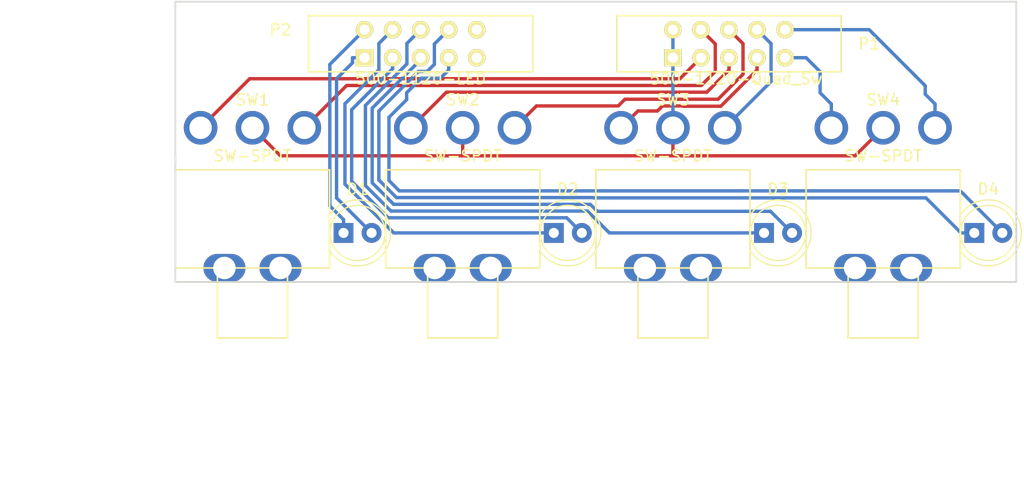
<source format=kicad_pcb>
(kicad_pcb (version 4) (host pcbnew 4.0.5)

  (general
    (links 21)
    (no_connects 0)
    (area 88.364287 85.2802 180.724801 134.780001)
    (thickness 1.6)
    (drawings 13)
    (tracks 115)
    (zones 0)
    (modules 10)
    (nets 20)
  )

  (page A)
  (title_block
    (title "Quad Switch/Led Interface Board")
    (date 2017-02-10)
    (rev A)
  )

  (layers
    (0 F.Cu signal)
    (31 B.Cu signal)
    (32 B.Adhes user)
    (33 F.Adhes user)
    (34 B.Paste user)
    (35 F.Paste user)
    (36 B.SilkS user)
    (37 F.SilkS user)
    (38 B.Mask user)
    (39 F.Mask user)
    (40 Dwgs.User user)
    (41 Cmts.User user)
    (42 Eco1.User user)
    (43 Eco2.User user)
    (44 Edge.Cuts user)
    (45 Margin user)
    (46 B.CrtYd user)
    (47 F.CrtYd user)
    (48 B.Fab user)
    (49 F.Fab user)
  )

  (setup
    (last_trace_width 0.3048)
    (trace_clearance 0.3048)
    (zone_clearance 0.508)
    (zone_45_only no)
    (trace_min 0.2)
    (segment_width 0.2)
    (edge_width 0.15)
    (via_size 1.5748)
    (via_drill 0.9144)
    (via_min_size 0.4)
    (via_min_drill 0.3)
    (uvia_size 0.3)
    (uvia_drill 0.1)
    (uvias_allowed no)
    (uvia_min_size 0.2)
    (uvia_min_drill 0.1)
    (pcb_text_width 0.3)
    (pcb_text_size 1.5 1.5)
    (mod_edge_width 0.15)
    (mod_text_size 1 1)
    (mod_text_width 0.15)
    (pad_size 1.8 1.8)
    (pad_drill 0.9144)
    (pad_to_mask_clearance 0.2)
    (aux_axis_origin 0 0)
    (visible_elements 7FFFEFFF)
    (pcbplotparams
      (layerselection 0x00030_80000001)
      (usegerberextensions false)
      (excludeedgelayer true)
      (linewidth 0.100000)
      (plotframeref false)
      (viasonmask false)
      (mode 1)
      (useauxorigin false)
      (hpglpennumber 1)
      (hpglpenspeed 20)
      (hpglpendiameter 15)
      (hpglpenoverlay 2)
      (psnegative false)
      (psa4output false)
      (plotreference true)
      (plotvalue true)
      (plotinvisibletext false)
      (padsonsilk false)
      (subtractmaskfromsilk false)
      (outputformat 1)
      (mirror false)
      (drillshape 1)
      (scaleselection 1)
      (outputdirectory ""))
  )

  (net 0 "")
  (net 1 "Net-(D1-Pad1)")
  (net 2 "Net-(D1-Pad2)")
  (net 3 "Net-(D2-Pad1)")
  (net 4 "Net-(D2-Pad2)")
  (net 5 "Net-(D3-Pad1)")
  (net 6 "Net-(D3-Pad2)")
  (net 7 "Net-(D4-Pad1)")
  (net 8 "Net-(D4-Pad2)")
  (net 9 "Net-(P1-Pad1)")
  (net 10 "Net-(P1-Pad3)")
  (net 11 "Net-(P1-Pad4)")
  (net 12 "Net-(P1-Pad5)")
  (net 13 "Net-(P1-Pad6)")
  (net 14 "Net-(P1-Pad7)")
  (net 15 "Net-(P1-Pad8)")
  (net 16 "Net-(P1-Pad9)")
  (net 17 "Net-(P1-Pad10)")
  (net 18 "Net-(P2-Pad9)")
  (net 19 "Net-(P2-Pad10)")

  (net_class Default "This is the default net class."
    (clearance 0.3048)
    (trace_width 0.3048)
    (via_dia 1.5748)
    (via_drill 0.9144)
    (uvia_dia 0.3)
    (uvia_drill 0.1)
    (add_net "Net-(D1-Pad1)")
    (add_net "Net-(D1-Pad2)")
    (add_net "Net-(D2-Pad1)")
    (add_net "Net-(D2-Pad2)")
    (add_net "Net-(D3-Pad1)")
    (add_net "Net-(D3-Pad2)")
    (add_net "Net-(D4-Pad1)")
    (add_net "Net-(D4-Pad2)")
    (add_net "Net-(P1-Pad1)")
    (add_net "Net-(P1-Pad10)")
    (add_net "Net-(P1-Pad3)")
    (add_net "Net-(P1-Pad4)")
    (add_net "Net-(P1-Pad5)")
    (add_net "Net-(P1-Pad6)")
    (add_net "Net-(P1-Pad7)")
    (add_net "Net-(P1-Pad8)")
    (add_net "Net-(P1-Pad9)")
    (add_net "Net-(P2-Pad10)")
    (add_net "Net-(P2-Pad9)")
  )

  (module FootPrints:IDC5x2_Vert (layer F.Cu) (tedit 58A257D6) (tstamp 589E9B16)
    (at 153.67 92.71 180)
    (path /589E7749)
    (fp_text reference P1 (at -12.7 0 180) (layer F.SilkS)
      (effects (font (size 1 1) (thickness 0.15)))
    )
    (fp_text value 500-1120-Quad_Sw (at -0.635 -3.175 180) (layer F.SilkS)
      (effects (font (size 1 1) (thickness 0.15)))
    )
    (fp_line (start 10.16 2.54) (end -10.16 2.54) (layer F.SilkS) (width 0.15))
    (fp_line (start 10.16 -2.54) (end -10.16 -2.54) (layer F.SilkS) (width 0.15))
    (fp_line (start -10.16 2.54) (end -10.16 -2.54) (layer F.SilkS) (width 0.15))
    (fp_line (start 10.16 -2.54) (end 10.16 2.54) (layer F.SilkS) (width 0.15))
    (pad 1 thru_hole rect (at 5.08 -1.27 180) (size 1.5748 1.5748) (drill 0.9144) (layers *.Cu *.Mask F.SilkS)
      (net 9 "Net-(P1-Pad1)"))
    (pad 2 thru_hole circle (at 5.08 1.27 180) (size 1.5748 1.5748) (drill 0.9144) (layers *.Cu *.Mask F.SilkS)
      (net 9 "Net-(P1-Pad1)"))
    (pad 3 thru_hole circle (at 2.54 -1.27 180) (size 1.5748 1.5748) (drill 0.9144) (layers *.Cu *.Mask F.SilkS)
      (net 10 "Net-(P1-Pad3)"))
    (pad 4 thru_hole circle (at 2.54 1.27 180) (size 1.5748 1.5748) (drill 0.9144) (layers *.Cu *.Mask F.SilkS)
      (net 11 "Net-(P1-Pad4)"))
    (pad 5 thru_hole circle (at 0 -1.27 180) (size 1.5748 1.5748) (drill 0.9144) (layers *.Cu *.Mask F.SilkS)
      (net 12 "Net-(P1-Pad5)"))
    (pad 6 thru_hole circle (at 0 1.27 180) (size 1.5748 1.5748) (drill 0.9144) (layers *.Cu *.Mask F.SilkS)
      (net 13 "Net-(P1-Pad6)"))
    (pad 7 thru_hole circle (at -2.54 -1.27 180) (size 1.5748 1.5748) (drill 0.9144) (layers *.Cu *.Mask F.SilkS)
      (net 14 "Net-(P1-Pad7)"))
    (pad 8 thru_hole circle (at -2.54 1.27 180) (size 1.5748 1.5748) (drill 0.9144) (layers *.Cu *.Mask F.SilkS)
      (net 15 "Net-(P1-Pad8)"))
    (pad 9 thru_hole circle (at -5.08 -1.27 180) (size 1.5748 1.5748) (drill 0.9144) (layers *.Cu *.Mask F.SilkS)
      (net 16 "Net-(P1-Pad9)"))
    (pad 10 thru_hole circle (at -5.08 1.27 180) (size 1.5748 1.5748) (drill 0.9144) (layers *.Cu *.Mask F.SilkS)
      (net 17 "Net-(P1-Pad10)"))
  )

  (module FootPrints:IDC5x2_Vert (layer F.Cu) (tedit 58A257CA) (tstamp 589E9B28)
    (at 125.73 92.71 180)
    (path /589E92F4)
    (fp_text reference P2 (at 12.7 1.27 180) (layer F.SilkS)
      (effects (font (size 1 1) (thickness 0.15)))
    )
    (fp_text value 500-1120-LED (at 0 -3.175 180) (layer F.SilkS)
      (effects (font (size 1 1) (thickness 0.15)))
    )
    (fp_line (start 10.16 2.54) (end -10.16 2.54) (layer F.SilkS) (width 0.15))
    (fp_line (start 10.16 -2.54) (end -10.16 -2.54) (layer F.SilkS) (width 0.15))
    (fp_line (start -10.16 2.54) (end -10.16 -2.54) (layer F.SilkS) (width 0.15))
    (fp_line (start 10.16 -2.54) (end 10.16 2.54) (layer F.SilkS) (width 0.15))
    (pad 1 thru_hole rect (at 5.08 -1.27 180) (size 1.5748 1.5748) (drill 0.9144) (layers *.Cu *.Mask F.SilkS)
      (net 2 "Net-(D1-Pad2)"))
    (pad 2 thru_hole circle (at 5.08 1.27 180) (size 1.5748 1.5748) (drill 0.9144) (layers *.Cu *.Mask F.SilkS)
      (net 1 "Net-(D1-Pad1)"))
    (pad 3 thru_hole circle (at 2.54 -1.27 180) (size 1.5748 1.5748) (drill 0.9144) (layers *.Cu *.Mask F.SilkS)
      (net 4 "Net-(D2-Pad2)"))
    (pad 4 thru_hole circle (at 2.54 1.27 180) (size 1.5748 1.5748) (drill 0.9144) (layers *.Cu *.Mask F.SilkS)
      (net 3 "Net-(D2-Pad1)"))
    (pad 5 thru_hole circle (at 0 -1.27 180) (size 1.5748 1.5748) (drill 0.9144) (layers *.Cu *.Mask F.SilkS)
      (net 6 "Net-(D3-Pad2)"))
    (pad 6 thru_hole circle (at 0 1.27 180) (size 1.5748 1.5748) (drill 0.9144) (layers *.Cu *.Mask F.SilkS)
      (net 5 "Net-(D3-Pad1)"))
    (pad 7 thru_hole circle (at -2.54 -1.27 180) (size 1.5748 1.5748) (drill 0.9144) (layers *.Cu *.Mask F.SilkS)
      (net 8 "Net-(D4-Pad2)"))
    (pad 8 thru_hole circle (at -2.54 1.27 180) (size 1.5748 1.5748) (drill 0.9144) (layers *.Cu *.Mask F.SilkS)
      (net 7 "Net-(D4-Pad1)"))
    (pad 9 thru_hole circle (at -5.08 -1.27 180) (size 1.5748 1.5748) (drill 0.9144) (layers *.Cu *.Mask F.SilkS)
      (net 18 "Net-(P2-Pad9)"))
    (pad 10 thru_hole circle (at -5.08 1.27 180) (size 1.5748 1.5748) (drill 0.9144) (layers *.Cu *.Mask F.SilkS)
      (net 19 "Net-(P2-Pad10)"))
  )

  (module FootPrints:E-Switch-M6-SPDT (layer F.Cu) (tedit 58A25080) (tstamp 589E9B70)
    (at 167.64 113.03 180)
    (path /589E6930)
    (fp_text reference SW4 (at 0 15.24 180) (layer F.SilkS)
      (effects (font (size 1 1) (thickness 0.15)))
    )
    (fp_text value SW-SPDT (at 0 10.16 180) (layer F.SilkS)
      (effects (font (size 1 1) (thickness 0.15)))
    )
    (fp_line (start -6.35 0) (end -6.985 0) (layer F.SilkS) (width 0.15))
    (fp_line (start -6.985 0) (end -6.985 8.89) (layer F.SilkS) (width 0.15))
    (fp_line (start -6.985 8.89) (end -6.35 8.89) (layer F.SilkS) (width 0.15))
    (fp_line (start -3.175 0) (end -3.175 -6.35) (layer F.SilkS) (width 0.15))
    (fp_line (start -3.175 -6.35) (end 3.175 -6.35) (layer F.SilkS) (width 0.15))
    (fp_line (start 3.175 -6.35) (end 3.175 0) (layer F.SilkS) (width 0.15))
    (fp_line (start 6.985 8.89) (end 6.985 0) (layer F.SilkS) (width 0.15))
    (fp_line (start 6.985 0) (end -6.35 0) (layer F.SilkS) (width 0.15))
    (fp_line (start -6.35 8.89) (end 6.985 8.89) (layer F.SilkS) (width 0.15))
    (pad 4 thru_hole oval (at -2.54 0 180) (size 3.81 2.54) (drill 2.032) (layers *.Cu *.Mask))
    (pad 5 thru_hole oval (at 2.54 0 180) (size 3.81 2.54) (drill 2.032) (layers *.Cu *.Mask))
    (pad 2 thru_hole circle (at 0 12.7 180) (size 3.048 3.048) (drill 2.032) (layers *.Cu *.Mask)
      (net 9 "Net-(P1-Pad1)"))
    (pad 3 thru_hole circle (at 4.699 12.7 180) (size 3.048 3.048) (drill 2.032) (layers *.Cu *.Mask)
      (net 16 "Net-(P1-Pad9)"))
    (pad 1 thru_hole circle (at -4.699 12.7 180) (size 3.048 3.048) (drill 2.032) (layers *.Cu *.Mask)
      (net 17 "Net-(P1-Pad10)"))
  )

  (module FootPrints:E-Switch-M6-SPDT (layer F.Cu) (tedit 58A25080) (tstamp 589E9B5E)
    (at 148.59 113.03 180)
    (path /589E6900)
    (fp_text reference SW3 (at 0 15.24 180) (layer F.SilkS)
      (effects (font (size 1 1) (thickness 0.15)))
    )
    (fp_text value SW-SPDT (at 0 10.16 180) (layer F.SilkS)
      (effects (font (size 1 1) (thickness 0.15)))
    )
    (fp_line (start -6.35 0) (end -6.985 0) (layer F.SilkS) (width 0.15))
    (fp_line (start -6.985 0) (end -6.985 8.89) (layer F.SilkS) (width 0.15))
    (fp_line (start -6.985 8.89) (end -6.35 8.89) (layer F.SilkS) (width 0.15))
    (fp_line (start -3.175 0) (end -3.175 -6.35) (layer F.SilkS) (width 0.15))
    (fp_line (start -3.175 -6.35) (end 3.175 -6.35) (layer F.SilkS) (width 0.15))
    (fp_line (start 3.175 -6.35) (end 3.175 0) (layer F.SilkS) (width 0.15))
    (fp_line (start 6.985 8.89) (end 6.985 0) (layer F.SilkS) (width 0.15))
    (fp_line (start 6.985 0) (end -6.35 0) (layer F.SilkS) (width 0.15))
    (fp_line (start -6.35 8.89) (end 6.985 8.89) (layer F.SilkS) (width 0.15))
    (pad 4 thru_hole oval (at -2.54 0 180) (size 3.81 2.54) (drill 2.032) (layers *.Cu *.Mask))
    (pad 5 thru_hole oval (at 2.54 0 180) (size 3.81 2.54) (drill 2.032) (layers *.Cu *.Mask))
    (pad 2 thru_hole circle (at 0 12.7 180) (size 3.048 3.048) (drill 2.032) (layers *.Cu *.Mask)
      (net 9 "Net-(P1-Pad1)"))
    (pad 3 thru_hole circle (at 4.699 12.7 180) (size 3.048 3.048) (drill 2.032) (layers *.Cu *.Mask)
      (net 14 "Net-(P1-Pad7)"))
    (pad 1 thru_hole circle (at -4.699 12.7 180) (size 3.048 3.048) (drill 2.032) (layers *.Cu *.Mask)
      (net 15 "Net-(P1-Pad8)"))
  )

  (module FootPrints:E-Switch-M6-SPDT (layer F.Cu) (tedit 58A25080) (tstamp 589E9B4C)
    (at 129.54 113.03 180)
    (path /589E6971)
    (fp_text reference SW2 (at 0 15.24 180) (layer F.SilkS)
      (effects (font (size 1 1) (thickness 0.15)))
    )
    (fp_text value SW-SPDT (at 0 10.16 180) (layer F.SilkS)
      (effects (font (size 1 1) (thickness 0.15)))
    )
    (fp_line (start -6.35 0) (end -6.985 0) (layer F.SilkS) (width 0.15))
    (fp_line (start -6.985 0) (end -6.985 8.89) (layer F.SilkS) (width 0.15))
    (fp_line (start -6.985 8.89) (end -6.35 8.89) (layer F.SilkS) (width 0.15))
    (fp_line (start -3.175 0) (end -3.175 -6.35) (layer F.SilkS) (width 0.15))
    (fp_line (start -3.175 -6.35) (end 3.175 -6.35) (layer F.SilkS) (width 0.15))
    (fp_line (start 3.175 -6.35) (end 3.175 0) (layer F.SilkS) (width 0.15))
    (fp_line (start 6.985 8.89) (end 6.985 0) (layer F.SilkS) (width 0.15))
    (fp_line (start 6.985 0) (end -6.35 0) (layer F.SilkS) (width 0.15))
    (fp_line (start -6.35 8.89) (end 6.985 8.89) (layer F.SilkS) (width 0.15))
    (pad 4 thru_hole oval (at -2.54 0 180) (size 3.81 2.54) (drill 2.032) (layers *.Cu *.Mask))
    (pad 5 thru_hole oval (at 2.54 0 180) (size 3.81 2.54) (drill 2.032) (layers *.Cu *.Mask))
    (pad 2 thru_hole circle (at 0 12.7 180) (size 3.048 3.048) (drill 2.032) (layers *.Cu *.Mask)
      (net 9 "Net-(P1-Pad1)"))
    (pad 3 thru_hole circle (at 4.699 12.7 180) (size 3.048 3.048) (drill 2.032) (layers *.Cu *.Mask)
      (net 12 "Net-(P1-Pad5)"))
    (pad 1 thru_hole circle (at -4.699 12.7 180) (size 3.048 3.048) (drill 2.032) (layers *.Cu *.Mask)
      (net 13 "Net-(P1-Pad6)"))
  )

  (module FootPrints:E-Switch-M6-SPDT (layer F.Cu) (tedit 58A25080) (tstamp 589E9B3A)
    (at 110.49 113.03 180)
    (path /589E694E)
    (fp_text reference SW1 (at 0 15.24 180) (layer F.SilkS)
      (effects (font (size 1 1) (thickness 0.15)))
    )
    (fp_text value SW-SPDT (at 0 10.16 180) (layer F.SilkS)
      (effects (font (size 1 1) (thickness 0.15)))
    )
    (fp_line (start -6.35 0) (end -6.985 0) (layer F.SilkS) (width 0.15))
    (fp_line (start -6.985 0) (end -6.985 8.89) (layer F.SilkS) (width 0.15))
    (fp_line (start -6.985 8.89) (end -6.35 8.89) (layer F.SilkS) (width 0.15))
    (fp_line (start -3.175 0) (end -3.175 -6.35) (layer F.SilkS) (width 0.15))
    (fp_line (start -3.175 -6.35) (end 3.175 -6.35) (layer F.SilkS) (width 0.15))
    (fp_line (start 3.175 -6.35) (end 3.175 0) (layer F.SilkS) (width 0.15))
    (fp_line (start 6.985 8.89) (end 6.985 0) (layer F.SilkS) (width 0.15))
    (fp_line (start 6.985 0) (end -6.35 0) (layer F.SilkS) (width 0.15))
    (fp_line (start -6.35 8.89) (end 6.985 8.89) (layer F.SilkS) (width 0.15))
    (pad 4 thru_hole oval (at -2.54 0 180) (size 3.81 2.54) (drill 2.032) (layers *.Cu *.Mask))
    (pad 5 thru_hole oval (at 2.54 0 180) (size 3.81 2.54) (drill 2.032) (layers *.Cu *.Mask))
    (pad 2 thru_hole circle (at 0 12.7 180) (size 3.048 3.048) (drill 2.032) (layers *.Cu *.Mask)
      (net 9 "Net-(P1-Pad1)"))
    (pad 3 thru_hole circle (at 4.699 12.7 180) (size 3.048 3.048) (drill 2.032) (layers *.Cu *.Mask)
      (net 10 "Net-(P1-Pad3)"))
    (pad 1 thru_hole circle (at -4.699 12.7 180) (size 3.048 3.048) (drill 2.032) (layers *.Cu *.Mask)
      (net 11 "Net-(P1-Pad4)"))
  )

  (module FootPrints:LED_5.0mm (layer F.Cu) (tedit 58A0C566) (tstamp 589E9B04)
    (at 175.895 109.855)
    (descr "LED, diameter 5.0mm, 2 pins, http://cdn-reichelt.de/documents/datenblatt/A500/LL-504BC2E-009.pdf")
    (tags "LED diameter 5.0mm 2 pins")
    (path /589E8EF4)
    (fp_text reference D4 (at 1.27 -3.96) (layer F.SilkS)
      (effects (font (size 1 1) (thickness 0.15)))
    )
    (fp_text value LED (at 1.27 3.96) (layer F.Fab)
      (effects (font (size 1 1) (thickness 0.15)))
    )
    (fp_arc (start 1.27 0) (end -1.23 -1.469694) (angle 299.1) (layer F.Fab) (width 0.1))
    (fp_arc (start 1.27 0) (end -1.29 -1.54483) (angle 148.9) (layer F.SilkS) (width 0.12))
    (fp_arc (start 1.27 0) (end -1.29 1.54483) (angle -148.9) (layer F.SilkS) (width 0.12))
    (fp_circle (center 1.27 0) (end 3.77 0) (layer F.Fab) (width 0.1))
    (fp_circle (center 1.27 0) (end 3.77 0) (layer F.SilkS) (width 0.12))
    (fp_line (start -1.23 -1.469694) (end -1.23 1.469694) (layer F.Fab) (width 0.1))
    (fp_line (start -1.29 -1.545) (end -1.29 1.545) (layer F.SilkS) (width 0.12))
    (fp_line (start -1.95 -3.25) (end -1.95 3.25) (layer F.CrtYd) (width 0.05))
    (fp_line (start -1.95 3.25) (end 4.5 3.25) (layer F.CrtYd) (width 0.05))
    (fp_line (start 4.5 3.25) (end 4.5 -3.25) (layer F.CrtYd) (width 0.05))
    (fp_line (start 4.5 -3.25) (end -1.95 -3.25) (layer F.CrtYd) (width 0.05))
    (pad 1 thru_hole rect (at 0 0) (size 1.8 1.8) (drill 0.9144) (layers *.Cu *.Mask)
      (net 7 "Net-(D4-Pad1)"))
    (pad 2 thru_hole circle (at 2.54 0) (size 1.8 1.8) (drill 0.9144) (layers *.Cu *.Mask)
      (net 8 "Net-(D4-Pad2)"))
    (model LEDs.3dshapes/LED_D5.0mm.wrl
      (at (xyz 0 0 0))
      (scale (xyz 0.393701 0.393701 0.393701))
      (rotate (xyz 0 0 0))
    )
  )

  (module FootPrints:LED_5.0mm (layer F.Cu) (tedit 58A0C566) (tstamp 589E9AF3)
    (at 156.845 109.855)
    (descr "LED, diameter 5.0mm, 2 pins, http://cdn-reichelt.de/documents/datenblatt/A500/LL-504BC2E-009.pdf")
    (tags "LED diameter 5.0mm 2 pins")
    (path /589E8EBE)
    (fp_text reference D3 (at 1.27 -3.96) (layer F.SilkS)
      (effects (font (size 1 1) (thickness 0.15)))
    )
    (fp_text value LED (at 1.27 3.96) (layer F.Fab)
      (effects (font (size 1 1) (thickness 0.15)))
    )
    (fp_arc (start 1.27 0) (end -1.23 -1.469694) (angle 299.1) (layer F.Fab) (width 0.1))
    (fp_arc (start 1.27 0) (end -1.29 -1.54483) (angle 148.9) (layer F.SilkS) (width 0.12))
    (fp_arc (start 1.27 0) (end -1.29 1.54483) (angle -148.9) (layer F.SilkS) (width 0.12))
    (fp_circle (center 1.27 0) (end 3.77 0) (layer F.Fab) (width 0.1))
    (fp_circle (center 1.27 0) (end 3.77 0) (layer F.SilkS) (width 0.12))
    (fp_line (start -1.23 -1.469694) (end -1.23 1.469694) (layer F.Fab) (width 0.1))
    (fp_line (start -1.29 -1.545) (end -1.29 1.545) (layer F.SilkS) (width 0.12))
    (fp_line (start -1.95 -3.25) (end -1.95 3.25) (layer F.CrtYd) (width 0.05))
    (fp_line (start -1.95 3.25) (end 4.5 3.25) (layer F.CrtYd) (width 0.05))
    (fp_line (start 4.5 3.25) (end 4.5 -3.25) (layer F.CrtYd) (width 0.05))
    (fp_line (start 4.5 -3.25) (end -1.95 -3.25) (layer F.CrtYd) (width 0.05))
    (pad 1 thru_hole rect (at 0 0) (size 1.8 1.8) (drill 0.9144) (layers *.Cu *.Mask)
      (net 5 "Net-(D3-Pad1)"))
    (pad 2 thru_hole circle (at 2.54 0) (size 1.8 1.8) (drill 0.9144) (layers *.Cu *.Mask)
      (net 6 "Net-(D3-Pad2)"))
    (model LEDs.3dshapes/LED_D5.0mm.wrl
      (at (xyz 0 0 0))
      (scale (xyz 0.393701 0.393701 0.393701))
      (rotate (xyz 0 0 0))
    )
  )

  (module FootPrints:LED_5.0mm (layer F.Cu) (tedit 58A0C566) (tstamp 589E9AE2)
    (at 137.795 109.855)
    (descr "LED, diameter 5.0mm, 2 pins, http://cdn-reichelt.de/documents/datenblatt/A500/LL-504BC2E-009.pdf")
    (tags "LED diameter 5.0mm 2 pins")
    (path /589E8E8B)
    (fp_text reference D2 (at 1.27 -3.96) (layer F.SilkS)
      (effects (font (size 1 1) (thickness 0.15)))
    )
    (fp_text value LED (at 1.27 3.96) (layer F.Fab)
      (effects (font (size 1 1) (thickness 0.15)))
    )
    (fp_arc (start 1.27 0) (end -1.23 -1.469694) (angle 299.1) (layer F.Fab) (width 0.1))
    (fp_arc (start 1.27 0) (end -1.29 -1.54483) (angle 148.9) (layer F.SilkS) (width 0.12))
    (fp_arc (start 1.27 0) (end -1.29 1.54483) (angle -148.9) (layer F.SilkS) (width 0.12))
    (fp_circle (center 1.27 0) (end 3.77 0) (layer F.Fab) (width 0.1))
    (fp_circle (center 1.27 0) (end 3.77 0) (layer F.SilkS) (width 0.12))
    (fp_line (start -1.23 -1.469694) (end -1.23 1.469694) (layer F.Fab) (width 0.1))
    (fp_line (start -1.29 -1.545) (end -1.29 1.545) (layer F.SilkS) (width 0.12))
    (fp_line (start -1.95 -3.25) (end -1.95 3.25) (layer F.CrtYd) (width 0.05))
    (fp_line (start -1.95 3.25) (end 4.5 3.25) (layer F.CrtYd) (width 0.05))
    (fp_line (start 4.5 3.25) (end 4.5 -3.25) (layer F.CrtYd) (width 0.05))
    (fp_line (start 4.5 -3.25) (end -1.95 -3.25) (layer F.CrtYd) (width 0.05))
    (pad 1 thru_hole rect (at 0 0) (size 1.8 1.8) (drill 0.9144) (layers *.Cu *.Mask)
      (net 3 "Net-(D2-Pad1)"))
    (pad 2 thru_hole circle (at 2.54 0) (size 1.8 1.8) (drill 0.9144) (layers *.Cu *.Mask)
      (net 4 "Net-(D2-Pad2)"))
    (model LEDs.3dshapes/LED_D5.0mm.wrl
      (at (xyz 0 0 0))
      (scale (xyz 0.393701 0.393701 0.393701))
      (rotate (xyz 0 0 0))
    )
  )

  (module FootPrints:LED_5.0mm (layer F.Cu) (tedit 58A0C566) (tstamp 589E9AD1)
    (at 118.745 109.855)
    (descr "LED, diameter 5.0mm, 2 pins, http://cdn-reichelt.de/documents/datenblatt/A500/LL-504BC2E-009.pdf")
    (tags "LED diameter 5.0mm 2 pins")
    (path /589E8E2F)
    (fp_text reference D1 (at 1.27 -3.96) (layer F.SilkS)
      (effects (font (size 1 1) (thickness 0.15)))
    )
    (fp_text value LED (at 1.27 3.96) (layer F.Fab)
      (effects (font (size 1 1) (thickness 0.15)))
    )
    (fp_arc (start 1.27 0) (end -1.23 -1.469694) (angle 299.1) (layer F.Fab) (width 0.1))
    (fp_arc (start 1.27 0) (end -1.29 -1.54483) (angle 148.9) (layer F.SilkS) (width 0.12))
    (fp_arc (start 1.27 0) (end -1.29 1.54483) (angle -148.9) (layer F.SilkS) (width 0.12))
    (fp_circle (center 1.27 0) (end 3.77 0) (layer F.Fab) (width 0.1))
    (fp_circle (center 1.27 0) (end 3.77 0) (layer F.SilkS) (width 0.12))
    (fp_line (start -1.23 -1.469694) (end -1.23 1.469694) (layer F.Fab) (width 0.1))
    (fp_line (start -1.29 -1.545) (end -1.29 1.545) (layer F.SilkS) (width 0.12))
    (fp_line (start -1.95 -3.25) (end -1.95 3.25) (layer F.CrtYd) (width 0.05))
    (fp_line (start -1.95 3.25) (end 4.5 3.25) (layer F.CrtYd) (width 0.05))
    (fp_line (start 4.5 3.25) (end 4.5 -3.25) (layer F.CrtYd) (width 0.05))
    (fp_line (start 4.5 -3.25) (end -1.95 -3.25) (layer F.CrtYd) (width 0.05))
    (pad 1 thru_hole rect (at 0 0) (size 1.8 1.8) (drill 0.9144) (layers *.Cu *.Mask)
      (net 1 "Net-(D1-Pad1)"))
    (pad 2 thru_hole circle (at 2.54 0) (size 1.8 1.8) (drill 0.9144) (layers *.Cu *.Mask)
      (net 2 "Net-(D1-Pad2)"))
    (model LEDs.3dshapes/LED_D5.0mm.wrl
      (at (xyz 0 0 0))
      (scale (xyz 0.393701 0.393701 0.393701))
      (rotate (xyz 0 0 0))
    )
  )

  (dimension 25.4 (width 0.3) (layer F.Fab)
    (gr_text "1.0000 in" (at 93.9 101.6 270) (layer F.Fab)
      (effects (font (size 1.5 1.5) (thickness 0.3)))
    )
    (feature1 (pts (xy 101.6 114.3) (xy 92.55 114.3)))
    (feature2 (pts (xy 101.6 88.9) (xy 92.55 88.9)))
    (crossbar (pts (xy 95.25 88.9) (xy 95.25 114.3)))
    (arrow1a (pts (xy 95.25 114.3) (xy 94.663579 113.173496)))
    (arrow1b (pts (xy 95.25 114.3) (xy 95.836421 113.173496)))
    (arrow2a (pts (xy 95.25 88.9) (xy 94.663579 90.026504)))
    (arrow2b (pts (xy 95.25 88.9) (xy 95.836421 90.026504)))
  )
  (gr_line (start 103.505 88.9) (end 103.505 102.87) (angle 90) (layer Edge.Cuts) (width 0.15))
  (gr_line (start 179.705 88.9) (end 179.705 114.3) (angle 90) (layer Edge.Cuts) (width 0.15))
  (gr_line (start 103.505 88.9) (end 179.705 88.9) (angle 90) (layer Edge.Cuts) (width 0.15))
  (dimension 6.985 (width 0.3) (layer F.Fab)
    (gr_text "0.2750 in" (at 106.9975 125.175) (layer F.Fab)
      (effects (font (size 1.5 1.5) (thickness 0.3)))
    )
    (feature1 (pts (xy 110.49 120.65) (xy 110.49 126.525)))
    (feature2 (pts (xy 103.505 120.65) (xy 103.505 126.525)))
    (crossbar (pts (xy 103.505 123.825) (xy 110.49 123.825)))
    (arrow1a (pts (xy 110.49 123.825) (xy 109.363496 124.411421)))
    (arrow1b (pts (xy 110.49 123.825) (xy 109.363496 123.238579)))
    (arrow2a (pts (xy 103.505 123.825) (xy 104.631504 124.411421)))
    (arrow2b (pts (xy 103.505 123.825) (xy 104.631504 123.238579)))
  )
  (dimension 12.065 (width 0.3) (layer F.Fab)
    (gr_text "0.4750 in" (at 173.6725 125.81) (layer F.Fab)
      (effects (font (size 1.5 1.5) (thickness 0.3)))
    )
    (feature1 (pts (xy 179.705 120.65) (xy 179.705 127.16)))
    (feature2 (pts (xy 167.64 120.65) (xy 167.64 127.16)))
    (crossbar (pts (xy 167.64 124.46) (xy 179.705 124.46)))
    (arrow1a (pts (xy 179.705 124.46) (xy 178.578496 125.046421)))
    (arrow1b (pts (xy 179.705 124.46) (xy 178.578496 123.873579)))
    (arrow2a (pts (xy 167.64 124.46) (xy 168.766504 125.046421)))
    (arrow2b (pts (xy 167.64 124.46) (xy 168.766504 123.873579)))
  )
  (dimension 19.05 (width 0.3) (layer F.Fab)
    (gr_text "0.7500 in" (at 158.115 125.81) (layer F.Fab)
      (effects (font (size 1.5 1.5) (thickness 0.3)))
    )
    (feature1 (pts (xy 167.64 120.65) (xy 167.64 127.16)))
    (feature2 (pts (xy 148.59 120.65) (xy 148.59 127.16)))
    (crossbar (pts (xy 148.59 124.46) (xy 167.64 124.46)))
    (arrow1a (pts (xy 167.64 124.46) (xy 166.513496 125.046421)))
    (arrow1b (pts (xy 167.64 124.46) (xy 166.513496 123.873579)))
    (arrow2a (pts (xy 148.59 124.46) (xy 149.716504 125.046421)))
    (arrow2b (pts (xy 148.59 124.46) (xy 149.716504 123.873579)))
  )
  (dimension 19.05 (width 0.3) (layer F.Fab)
    (gr_text "0.7500 in" (at 120.015 125.81) (layer F.Fab)
      (effects (font (size 1.5 1.5) (thickness 0.3)))
    )
    (feature1 (pts (xy 110.49 120.65) (xy 110.49 127.16)))
    (feature2 (pts (xy 129.54 120.65) (xy 129.54 127.16)))
    (crossbar (pts (xy 129.54 124.46) (xy 110.49 124.46)))
    (arrow1a (pts (xy 110.49 124.46) (xy 111.616504 123.873579)))
    (arrow1b (pts (xy 110.49 124.46) (xy 111.616504 125.046421)))
    (arrow2a (pts (xy 129.54 124.46) (xy 128.413496 123.873579)))
    (arrow2b (pts (xy 129.54 124.46) (xy 128.413496 125.046421)))
  )
  (dimension 19.05 (width 0.3) (layer F.Fab)
    (gr_text "0.7500 in" (at 139.065 125.81) (layer F.Fab)
      (effects (font (size 1.5 1.5) (thickness 0.3)))
    )
    (feature1 (pts (xy 148.59 120.65) (xy 148.59 127.16)))
    (feature2 (pts (xy 129.54 120.65) (xy 129.54 127.16)))
    (crossbar (pts (xy 129.54 124.46) (xy 148.59 124.46)))
    (arrow1a (pts (xy 148.59 124.46) (xy 147.463496 125.046421)))
    (arrow1b (pts (xy 148.59 124.46) (xy 147.463496 123.873579)))
    (arrow2a (pts (xy 129.54 124.46) (xy 130.666504 125.046421)))
    (arrow2b (pts (xy 129.54 124.46) (xy 130.666504 123.873579)))
  )
  (dimension 76.2 (width 0.3) (layer F.Fab)
    (gr_text "3.0000 in" (at 141.605 133.43) (layer F.Fab)
      (effects (font (size 1.5 1.5) (thickness 0.3)))
    )
    (feature1 (pts (xy 179.705 115.57) (xy 179.705 134.78)))
    (feature2 (pts (xy 103.505 115.57) (xy 103.505 134.78)))
    (crossbar (pts (xy 103.505 132.08) (xy 179.705 132.08)))
    (arrow1a (pts (xy 179.705 132.08) (xy 178.578496 132.666421)))
    (arrow1b (pts (xy 179.705 132.08) (xy 178.578496 131.493579)))
    (arrow2a (pts (xy 103.505 132.08) (xy 104.631504 132.666421)))
    (arrow2b (pts (xy 103.505 132.08) (xy 104.631504 131.493579)))
  )
  (gr_line (start 103.505 102.87) (end 103.505 103.505) (angle 90) (layer Edge.Cuts) (width 0.15))
  (gr_line (start 103.505 114.3) (end 179.705 114.3) (angle 90) (layer Edge.Cuts) (width 0.15))
  (gr_line (start 103.505 102.87) (end 103.505 114.3) (angle 90) (layer Edge.Cuts) (width 0.15))

  (segment (start 118.745 108.6502) (end 118.745 109.855) (width 0.3048) (layer B.Cu) (net 1))
  (segment (start 117.500389 107.405589) (end 118.745 108.6502) (width 0.3048) (layer B.Cu) (net 1))
  (segment (start 117.500389 94.589611) (end 117.500389 107.405589) (width 0.3048) (layer B.Cu) (net 1))
  (segment (start 120.65 91.44) (end 117.500389 94.589611) (width 0.3048) (layer B.Cu) (net 1))
  (segment (start 118.11 95.885) (end 118.11 106.68) (width 0.3048) (layer B.Cu) (net 2))
  (segment (start 118.11 106.68) (end 121.285 109.855) (width 0.3048) (layer B.Cu) (net 2))
  (segment (start 119.5578 94.4372) (end 118.11 95.885) (width 0.3048) (layer B.Cu) (net 2))
  (segment (start 119.5578 93.98) (end 119.5578 94.4372) (width 0.3048) (layer B.Cu) (net 2))
  (segment (start 120.65 93.98) (end 119.5578 93.98) (width 0.3048) (layer B.Cu) (net 2))
  (segment (start 123.293658 109.855) (end 118.87195 105.433292) (width 0.3048) (layer B.Cu) (net 3))
  (segment (start 122.402601 92.227399) (end 123.19 91.44) (width 0.3048) (layer B.Cu) (net 3))
  (segment (start 121.945389 92.684611) (end 122.402601 92.227399) (width 0.3048) (layer B.Cu) (net 3))
  (segment (start 121.945389 95.082373) (end 121.945389 92.684611) (width 0.3048) (layer B.Cu) (net 3))
  (segment (start 118.87195 98.155812) (end 121.945389 95.082373) (width 0.3048) (layer B.Cu) (net 3))
  (segment (start 118.87195 105.433292) (end 118.87195 98.155812) (width 0.3048) (layer B.Cu) (net 3))
  (segment (start 137.795 109.855) (end 123.293658 109.855) (width 0.3048) (layer B.Cu) (net 3))
  (segment (start 123.19 94.97652) (end 123.19 93.98) (width 0.3048) (layer B.Cu) (net 4))
  (segment (start 140.335 109.855) (end 138.963433 108.483433) (width 0.3048) (layer B.Cu) (net 4))
  (segment (start 119.48156 105.180789) (end 119.48156 98.68496) (width 0.3048) (layer B.Cu) (net 4))
  (segment (start 119.48156 98.68496) (end 123.19 94.97652) (width 0.3048) (layer B.Cu) (net 4))
  (segment (start 138.963433 108.483433) (end 122.784204 108.483433) (width 0.3048) (layer B.Cu) (net 4))
  (segment (start 122.784204 108.483433) (end 119.48156 105.180789) (width 0.3048) (layer B.Cu) (net 4))
  (segment (start 155.6402 109.855) (end 156.845 109.855) (width 0.3048) (layer B.Cu) (net 5))
  (segment (start 140.847472 107.873832) (end 142.82864 109.855) (width 0.3048) (layer B.Cu) (net 5))
  (segment (start 124.485399 94.543241) (end 120.726169 98.302471) (width 0.3048) (layer B.Cu) (net 5))
  (segment (start 123.03673 107.87383) (end 123.069965 107.873831) (width 0.3048) (layer B.Cu) (net 5))
  (segment (start 124.485399 92.684601) (end 124.485399 94.543241) (width 0.3048) (layer B.Cu) (net 5))
  (segment (start 120.726169 105.563271) (end 123.03673 107.87383) (width 0.3048) (layer B.Cu) (net 5))
  (segment (start 125.73 91.44) (end 124.485399 92.684601) (width 0.3048) (layer B.Cu) (net 5))
  (segment (start 120.726169 98.302471) (end 120.726169 105.563271) (width 0.3048) (layer B.Cu) (net 5))
  (segment (start 123.069965 107.873831) (end 140.847472 107.873832) (width 0.3048) (layer B.Cu) (net 5))
  (segment (start 142.82864 109.855) (end 155.6402 109.855) (width 0.3048) (layer B.Cu) (net 5))
  (segment (start 141.73498 107.89922) (end 141.099982 107.264222) (width 0.3048) (layer B.Cu) (net 6))
  (segment (start 121.335779 105.310761) (end 121.33578 98.55498) (width 0.3048) (layer B.Cu) (net 6))
  (segment (start 141.099982 107.264222) (end 123.289238 107.26422) (width 0.3048) (layer B.Cu) (net 6))
  (segment (start 157.42922 107.89922) (end 141.73498 107.89922) (width 0.3048) (layer B.Cu) (net 6))
  (segment (start 159.385 109.855) (end 157.42922 107.89922) (width 0.3048) (layer B.Cu) (net 6))
  (segment (start 121.33578 98.55498) (end 125.73 94.16076) (width 0.3048) (layer B.Cu) (net 6))
  (segment (start 125.73 94.16076) (end 125.73 93.98) (width 0.3048) (layer B.Cu) (net 6))
  (segment (start 123.289238 107.26422) (end 121.335779 105.310761) (width 0.3048) (layer B.Cu) (net 6))
  (segment (start 127.482601 92.227399) (end 128.27 91.44) (width 0.3048) (layer B.Cu) (net 7))
  (segment (start 126.974601 92.735399) (end 127.482601 92.227399) (width 0.3048) (layer B.Cu) (net 7))
  (segment (start 126.327409 95.224601) (end 126.974601 94.577409) (width 0.3048) (layer B.Cu) (net 7))
  (segment (start 175.895 109.855) (end 174.6902 109.855) (width 0.3048) (layer B.Cu) (net 7))
  (segment (start 125.528277 95.224601) (end 126.327409 95.224601) (width 0.3048) (layer B.Cu) (net 7))
  (segment (start 121.94539 98.80749) (end 125.528277 95.224601) (width 0.3048) (layer B.Cu) (net 7))
  (segment (start 171.5152 106.68) (end 141.37788 106.68) (width 0.3048) (layer B.Cu) (net 7))
  (segment (start 121.94539 105.058252) (end 121.94539 98.80749) (width 0.3048) (layer B.Cu) (net 7))
  (segment (start 123.541748 106.65461) (end 121.94539 105.058252) (width 0.3048) (layer B.Cu) (net 7))
  (segment (start 141.352491 106.654611) (end 123.541748 106.65461) (width 0.3048) (layer B.Cu) (net 7))
  (segment (start 126.974601 94.577409) (end 126.974601 92.735399) (width 0.3048) (layer B.Cu) (net 7))
  (segment (start 141.37788 106.68) (end 141.352491 106.654611) (width 0.3048) (layer B.Cu) (net 7))
  (segment (start 174.6902 109.855) (end 171.5152 106.68) (width 0.3048) (layer B.Cu) (net 7))
  (segment (start 122.859799 105.110541) (end 122.859799 99.379023) (width 0.3048) (layer B.Cu) (net 8))
  (segment (start 174.625 106.045) (end 123.794258 106.045) (width 0.3048) (layer B.Cu) (net 8))
  (segment (start 128.27 95.093551) (end 128.27 93.98) (width 0.3048) (layer B.Cu) (net 8))
  (segment (start 122.859799 99.379023) (end 124.46 97.778822) (width 0.3048) (layer B.Cu) (net 8))
  (segment (start 178.435 109.855) (end 174.625 106.045) (width 0.3048) (layer B.Cu) (net 8))
  (segment (start 123.794258 106.045) (end 122.859799 105.110541) (width 0.3048) (layer B.Cu) (net 8))
  (segment (start 124.46 97.778822) (end 124.46 97.154998) (width 0.3048) (layer B.Cu) (net 8))
  (segment (start 124.46 97.154998) (end 125.780786 95.834212) (width 0.3048) (layer B.Cu) (net 8))
  (segment (start 125.780786 95.834212) (end 127.52934 95.834211) (width 0.3048) (layer B.Cu) (net 8))
  (segment (start 127.52934 95.834211) (end 128.27 95.093551) (width 0.3048) (layer B.Cu) (net 8))
  (segment (start 148.59 93.98) (end 148.59 95.0722) (width 0.3048) (layer B.Cu) (net 9))
  (segment (start 148.59 95.0722) (end 148.59 100.33) (width 0.3048) (layer B.Cu) (net 9))
  (segment (start 148.59 91.44) (end 148.59 93.98) (width 0.3048) (layer B.Cu) (net 9))
  (segment (start 113.03 102.87) (end 110.49 100.33) (width 0.3048) (layer F.Cu) (net 9))
  (segment (start 129.54 102.87) (end 113.03 102.87) (width 0.3048) (layer F.Cu) (net 9))
  (segment (start 129.54 102.87) (end 129.54 100.33) (width 0.3048) (layer F.Cu) (net 9))
  (segment (start 148.59 102.87) (end 129.54 102.87) (width 0.3048) (layer F.Cu) (net 9))
  (segment (start 167.64 100.33) (end 165.1 102.87) (width 0.3048) (layer F.Cu) (net 9))
  (segment (start 165.1 102.87) (end 148.59 102.87) (width 0.3048) (layer F.Cu) (net 9))
  (segment (start 148.59 102.87) (end 148.59 100.33) (width 0.3048) (layer F.Cu) (net 9))
  (segment (start 149.225 95.885) (end 151.13 93.98) (width 0.3048) (layer F.Cu) (net 10))
  (segment (start 105.791 100.33) (end 110.236 95.885) (width 0.3048) (layer F.Cu) (net 10))
  (segment (start 110.236 95.885) (end 149.225 95.885) (width 0.3048) (layer F.Cu) (net 10))
  (segment (start 151.917399 92.227399) (end 151.13 91.44) (width 0.3048) (layer F.Cu) (net 11))
  (segment (start 152.425399 95.224601) (end 152.425399 92.735399) (width 0.3048) (layer F.Cu) (net 11))
  (segment (start 119.024389 96.494611) (end 151.155389 96.494611) (width 0.3048) (layer F.Cu) (net 11))
  (segment (start 152.425399 92.735399) (end 151.917399 92.227399) (width 0.3048) (layer F.Cu) (net 11))
  (segment (start 151.155389 96.494611) (end 152.425399 95.224601) (width 0.3048) (layer F.Cu) (net 11))
  (segment (start 115.189 100.33) (end 119.024389 96.494611) (width 0.3048) (layer F.Cu) (net 11))
  (segment (start 128.06678 97.10422) (end 151.659331 97.10422) (width 0.3048) (layer F.Cu) (net 12))
  (segment (start 153.67 95.093551) (end 153.67 93.98) (width 0.3048) (layer F.Cu) (net 12))
  (segment (start 151.659331 97.10422) (end 153.67 95.093551) (width 0.3048) (layer F.Cu) (net 12))
  (segment (start 124.841 100.33) (end 128.06678 97.10422) (width 0.3048) (layer F.Cu) (net 12))
  (segment (start 136.22017 98.34883) (end 143.63253 98.34883) (width 0.3048) (layer F.Cu) (net 13))
  (segment (start 154.94 92.71) (end 154.457399 92.227399) (width 0.3048) (layer F.Cu) (net 13))
  (segment (start 154.457399 92.227399) (end 153.67 91.44) (width 0.3048) (layer F.Cu) (net 13))
  (segment (start 134.239 100.33) (end 136.22017 98.34883) (width 0.3048) (layer F.Cu) (net 13))
  (segment (start 143.63253 98.34883) (end 144.24217 97.73919) (width 0.3048) (layer F.Cu) (net 13))
  (segment (start 144.24217 97.73919) (end 152.67793 97.73919) (width 0.3048) (layer F.Cu) (net 13))
  (segment (start 152.67793 97.73919) (end 154.94 95.47712) (width 0.3048) (layer F.Cu) (net 13))
  (segment (start 154.94 95.47712) (end 154.94 92.71) (width 0.3048) (layer F.Cu) (net 13))
  (segment (start 152.929331 98.37422) (end 156.21 95.093551) (width 0.3048) (layer F.Cu) (net 14))
  (segment (start 156.21 95.093551) (end 156.21 93.98) (width 0.3048) (layer F.Cu) (net 14))
  (segment (start 149.566399 98.374221) (end 152.929331 98.37422) (width 0.3048) (layer F.Cu) (net 14))
  (segment (start 149.540977 98.348799) (end 149.566399 98.374221) (width 0.3048) (layer F.Cu) (net 14))
  (segment (start 147.181821 98.806001) (end 147.639023 98.348799) (width 0.3048) (layer F.Cu) (net 14))
  (segment (start 145.414999 98.806001) (end 147.181821 98.806001) (width 0.3048) (layer F.Cu) (net 14))
  (segment (start 143.891 100.33) (end 145.414999 98.806001) (width 0.3048) (layer F.Cu) (net 14))
  (segment (start 147.639023 98.348799) (end 149.540977 98.348799) (width 0.3048) (layer F.Cu) (net 14))
  (segment (start 157.48 92.71) (end 156.21 91.44) (width 0.3048) (layer B.Cu) (net 15))
  (segment (start 157.48 96.139) (end 157.48 92.71) (width 0.3048) (layer B.Cu) (net 15))
  (segment (start 153.289 100.33) (end 157.48 96.139) (width 0.3048) (layer B.Cu) (net 15))
  (segment (start 160.655 93.98) (end 158.75 93.98) (width 0.3048) (layer B.Cu) (net 16))
  (segment (start 161.925 95.25) (end 160.655 93.98) (width 0.3048) (layer B.Cu) (net 16))
  (segment (start 161.925 97.158739) (end 161.925 95.25) (width 0.3048) (layer B.Cu) (net 16))
  (segment (start 162.941 100.33) (end 162.941 98.174739) (width 0.3048) (layer B.Cu) (net 16))
  (segment (start 162.941 98.174739) (end 161.925 97.158739) (width 0.3048) (layer B.Cu) (net 16))
  (segment (start 166.37 91.44) (end 158.75 91.44) (width 0.3048) (layer B.Cu) (net 17))
  (segment (start 171.45 96.52) (end 166.37 91.44) (width 0.3048) (layer B.Cu) (net 17))
  (segment (start 171.45 97.285739) (end 171.45 96.52) (width 0.3048) (layer B.Cu) (net 17))
  (segment (start 172.339 100.33) (end 172.339 98.174739) (width 0.3048) (layer B.Cu) (net 17))
  (segment (start 172.339 98.174739) (end 171.45 97.285739) (width 0.3048) (layer B.Cu) (net 17))

)

</source>
